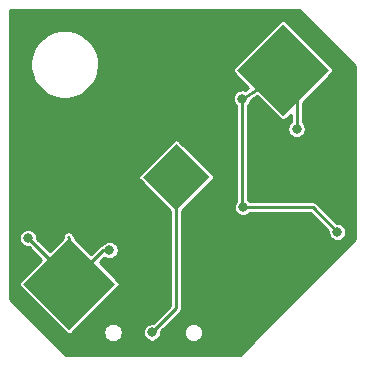
<source format=gbr>
%TF.GenerationSoftware,KiCad,Pcbnew,(5.1.9-0-10_14)*%
%TF.CreationDate,2021-04-10T21:21:16-04:00*%
%TF.ProjectId,Hexo,4865786f-2e6b-4696-9361-645f70636258,1*%
%TF.SameCoordinates,Original*%
%TF.FileFunction,Copper,L2,Bot*%
%TF.FilePolarity,Positive*%
%FSLAX46Y46*%
G04 Gerber Fmt 4.6, Leading zero omitted, Abs format (unit mm)*
G04 Created by KiCad (PCBNEW (5.1.9-0-10_14)) date 2021-04-10 21:21:16*
%MOMM*%
%LPD*%
G01*
G04 APERTURE LIST*
%TA.AperFunction,SMDPad,CuDef*%
%ADD10C,0.100000*%
%TD*%
%TA.AperFunction,ViaPad*%
%ADD11C,0.800000*%
%TD*%
%TA.AperFunction,Conductor*%
%ADD12C,0.250000*%
%TD*%
%TA.AperFunction,Conductor*%
%ADD13C,0.100000*%
%TD*%
G04 APERTURE END LIST*
%TA.AperFunction,SMDPad,CuDef*%
D10*
%TO.P,BT1,1*%
%TO.N,VCC*%
G36*
X159380880Y-90398087D02*
G01*
X155491793Y-86509000D01*
X159380880Y-82619913D01*
X163269967Y-86509000D01*
X159380880Y-90398087D01*
G37*
%TD.AperFunction*%
%TA.AperFunction,SMDPad,CuDef*%
%TO.P,BT1,2*%
%TO.N,Net-(BT1-Pad2)*%
G36*
X150329913Y-98388394D02*
G01*
X147501486Y-95559967D01*
X150329913Y-92731540D01*
X153158340Y-95559967D01*
X150329913Y-98388394D01*
G37*
%TD.AperFunction*%
%TA.AperFunction,SMDPad,CuDef*%
%TO.P,BT1,1*%
%TO.N,VCC*%
G36*
X141278946Y-108500021D02*
G01*
X137389859Y-104610934D01*
X141278946Y-100721847D01*
X145168033Y-104610934D01*
X141278946Y-108500021D01*
G37*
%TD.AperFunction*%
%TD*%
D11*
%TO.N,VCC*%
X144680880Y-101759000D03*
X155930880Y-88909000D03*
X160530880Y-91509000D03*
X137780880Y-100709000D03*
X160530880Y-91509000D03*
X155980880Y-98109000D03*
X163980880Y-100209000D03*
%TO.N,Net-(BT1-Pad2)*%
X148280880Y-108709000D03*
%TO.N,GND*%
X148380880Y-103709000D03*
X144680880Y-98109000D03*
X137680880Y-92959000D03*
X137765880Y-102209000D03*
X163580880Y-87759000D03*
X163480880Y-92009000D03*
%TD*%
D12*
%TO.N,VCC*%
X137780880Y-100709000D02*
X141278946Y-104207066D01*
X141278946Y-104207066D02*
X141278946Y-104610934D01*
X155930880Y-92159000D02*
X155930880Y-97959000D01*
X155930880Y-97959000D02*
X156080880Y-98109000D01*
X144130880Y-101759000D02*
X144680880Y-101759000D01*
X141278946Y-104610934D02*
X144130880Y-101759000D01*
X155930880Y-92159000D02*
X155930880Y-88909000D01*
X157080880Y-88159000D02*
X155930880Y-88909000D01*
X159380880Y-86509000D02*
X157080880Y-88159000D01*
X160530880Y-87659000D02*
X159380880Y-86509000D01*
X160530880Y-91509000D02*
X160530880Y-87659000D01*
X141278946Y-104610934D02*
X141278946Y-100721847D01*
X141278946Y-100721847D02*
X141216099Y-100659000D01*
X161880880Y-98109000D02*
X163980880Y-100209000D01*
X155980880Y-98109000D02*
X161880880Y-98109000D01*
%TO.N,Net-(BT1-Pad2)*%
X150329913Y-106659967D02*
X148280880Y-108709000D01*
X150329913Y-95559967D02*
X150329913Y-106659967D01*
%TO.N,GND*%
X163480880Y-92009000D02*
X164230880Y-92759000D01*
X164230880Y-92759000D02*
X164280880Y-92759000D01*
X164280880Y-92759000D02*
X164380880Y-92859000D01*
%TD*%
%TO.N,GND*%
X165480880Y-86174686D02*
X165480881Y-100843314D01*
X155715195Y-110609000D01*
X141046566Y-110609000D01*
X136280880Y-105843315D01*
X136280880Y-100632669D01*
X137005880Y-100632669D01*
X137005880Y-100785331D01*
X137035663Y-100935059D01*
X137094084Y-101076100D01*
X137178898Y-101203034D01*
X137286846Y-101310982D01*
X137413780Y-101395796D01*
X137554821Y-101454217D01*
X137704549Y-101484000D01*
X137848775Y-101484000D01*
X138916336Y-102551561D01*
X137123411Y-104344486D01*
X137076550Y-104401587D01*
X137041728Y-104466734D01*
X137020285Y-104537421D01*
X137013045Y-104610934D01*
X137020285Y-104684447D01*
X137041728Y-104755134D01*
X137076550Y-104820281D01*
X137123411Y-104877382D01*
X141012498Y-108766469D01*
X141069599Y-108813330D01*
X141134746Y-108848152D01*
X141205433Y-108869595D01*
X141278946Y-108876835D01*
X141352459Y-108869595D01*
X141423146Y-108848152D01*
X141488293Y-108813330D01*
X141545394Y-108766469D01*
X141684118Y-108627745D01*
X144155880Y-108627745D01*
X144155880Y-108790255D01*
X144187584Y-108949644D01*
X144249774Y-109099784D01*
X144340061Y-109234907D01*
X144454973Y-109349819D01*
X144590096Y-109440106D01*
X144740236Y-109502296D01*
X144899625Y-109534000D01*
X145062135Y-109534000D01*
X145221524Y-109502296D01*
X145371664Y-109440106D01*
X145506787Y-109349819D01*
X145621699Y-109234907D01*
X145711986Y-109099784D01*
X145774176Y-108949644D01*
X145805880Y-108790255D01*
X145805880Y-108627745D01*
X145774176Y-108468356D01*
X145711986Y-108318216D01*
X145621699Y-108183093D01*
X145506787Y-108068181D01*
X145371664Y-107977894D01*
X145221524Y-107915704D01*
X145062135Y-107884000D01*
X144899625Y-107884000D01*
X144740236Y-107915704D01*
X144590096Y-107977894D01*
X144454973Y-108068181D01*
X144340061Y-108183093D01*
X144249774Y-108318216D01*
X144187584Y-108468356D01*
X144155880Y-108627745D01*
X141684118Y-108627745D01*
X145434481Y-104877382D01*
X145481342Y-104820281D01*
X145516164Y-104755134D01*
X145537607Y-104684447D01*
X145544847Y-104610934D01*
X145537607Y-104537421D01*
X145516164Y-104466734D01*
X145481342Y-104401587D01*
X145434481Y-104344486D01*
X143843491Y-102753496D01*
X144216315Y-102380672D01*
X144313780Y-102445796D01*
X144454821Y-102504217D01*
X144604549Y-102534000D01*
X144757211Y-102534000D01*
X144906939Y-102504217D01*
X145047980Y-102445796D01*
X145174914Y-102360982D01*
X145282862Y-102253034D01*
X145367676Y-102126100D01*
X145426097Y-101985059D01*
X145455880Y-101835331D01*
X145455880Y-101682669D01*
X145426097Y-101532941D01*
X145367676Y-101391900D01*
X145282862Y-101264966D01*
X145174914Y-101157018D01*
X145047980Y-101072204D01*
X144906939Y-101013783D01*
X144757211Y-100984000D01*
X144604549Y-100984000D01*
X144454821Y-101013783D01*
X144313780Y-101072204D01*
X144186846Y-101157018D01*
X144082520Y-101261344D01*
X144032863Y-101266235D01*
X143938613Y-101294825D01*
X143851751Y-101341254D01*
X143775616Y-101403736D01*
X143759960Y-101422813D01*
X143136384Y-102046389D01*
X141778035Y-100688040D01*
X141776571Y-100673174D01*
X141771711Y-100623830D01*
X141743121Y-100529580D01*
X141696692Y-100442718D01*
X141634210Y-100366583D01*
X141615122Y-100350918D01*
X141552285Y-100288081D01*
X141495227Y-100241255D01*
X141408366Y-100194826D01*
X141314116Y-100166235D01*
X141216099Y-100156581D01*
X141118082Y-100166235D01*
X141023832Y-100194826D01*
X140936971Y-100241255D01*
X140860836Y-100303737D01*
X140798354Y-100379872D01*
X140751925Y-100466733D01*
X140723334Y-100560983D01*
X140713680Y-100659000D01*
X140722217Y-100745680D01*
X139623441Y-101844456D01*
X138555880Y-100776895D01*
X138555880Y-100632669D01*
X138526097Y-100482941D01*
X138467676Y-100341900D01*
X138382862Y-100214966D01*
X138274914Y-100107018D01*
X138147980Y-100022204D01*
X138006939Y-99963783D01*
X137857211Y-99934000D01*
X137704549Y-99934000D01*
X137554821Y-99963783D01*
X137413780Y-100022204D01*
X137286846Y-100107018D01*
X137178898Y-100214966D01*
X137094084Y-100341900D01*
X137035663Y-100482941D01*
X137005880Y-100632669D01*
X136280880Y-100632669D01*
X136280880Y-95559967D01*
X147124672Y-95559967D01*
X147131912Y-95633480D01*
X147153355Y-95704167D01*
X147188177Y-95769314D01*
X147235038Y-95826415D01*
X149829913Y-98421290D01*
X149829914Y-106452859D01*
X148348775Y-107934000D01*
X148204549Y-107934000D01*
X148054821Y-107963783D01*
X147913780Y-108022204D01*
X147786846Y-108107018D01*
X147678898Y-108214966D01*
X147594084Y-108341900D01*
X147535663Y-108482941D01*
X147505880Y-108632669D01*
X147505880Y-108785331D01*
X147535663Y-108935059D01*
X147594084Y-109076100D01*
X147678898Y-109203034D01*
X147786846Y-109310982D01*
X147913780Y-109395796D01*
X148054821Y-109454217D01*
X148204549Y-109484000D01*
X148357211Y-109484000D01*
X148506939Y-109454217D01*
X148647980Y-109395796D01*
X148774914Y-109310982D01*
X148882862Y-109203034D01*
X148967676Y-109076100D01*
X149026097Y-108935059D01*
X149055880Y-108785331D01*
X149055880Y-108641105D01*
X149069240Y-108627745D01*
X150955880Y-108627745D01*
X150955880Y-108790255D01*
X150987584Y-108949644D01*
X151049774Y-109099784D01*
X151140061Y-109234907D01*
X151254973Y-109349819D01*
X151390096Y-109440106D01*
X151540236Y-109502296D01*
X151699625Y-109534000D01*
X151862135Y-109534000D01*
X152021524Y-109502296D01*
X152171664Y-109440106D01*
X152306787Y-109349819D01*
X152421699Y-109234907D01*
X152511986Y-109099784D01*
X152574176Y-108949644D01*
X152605880Y-108790255D01*
X152605880Y-108627745D01*
X152574176Y-108468356D01*
X152511986Y-108318216D01*
X152421699Y-108183093D01*
X152306787Y-108068181D01*
X152171664Y-107977894D01*
X152021524Y-107915704D01*
X151862135Y-107884000D01*
X151699625Y-107884000D01*
X151540236Y-107915704D01*
X151390096Y-107977894D01*
X151254973Y-108068181D01*
X151140061Y-108183093D01*
X151049774Y-108318216D01*
X150987584Y-108468356D01*
X150955880Y-108627745D01*
X149069240Y-108627745D01*
X150666100Y-107030887D01*
X150685177Y-107015231D01*
X150747659Y-106939096D01*
X150794088Y-106852234D01*
X150822678Y-106757984D01*
X150829913Y-106684527D01*
X150829913Y-106684518D01*
X150832331Y-106659968D01*
X150829913Y-106635418D01*
X150829913Y-98421290D01*
X153424788Y-95826415D01*
X153471649Y-95769314D01*
X153506471Y-95704167D01*
X153527914Y-95633480D01*
X153535154Y-95559967D01*
X153527914Y-95486454D01*
X153506471Y-95415767D01*
X153471649Y-95350620D01*
X153424788Y-95293519D01*
X150596361Y-92465092D01*
X150539260Y-92418231D01*
X150474113Y-92383409D01*
X150403426Y-92361966D01*
X150329913Y-92354726D01*
X150256400Y-92361966D01*
X150185713Y-92383409D01*
X150120566Y-92418231D01*
X150063465Y-92465092D01*
X147235038Y-95293519D01*
X147188177Y-95350620D01*
X147153355Y-95415767D01*
X147131912Y-95486454D01*
X147124672Y-95559967D01*
X136280880Y-95559967D01*
X136280880Y-85722790D01*
X137974941Y-85722790D01*
X137974941Y-86295210D01*
X138086614Y-86856631D01*
X138305670Y-87385478D01*
X138623689Y-87861428D01*
X139028452Y-88266191D01*
X139504402Y-88584210D01*
X140033249Y-88803266D01*
X140594670Y-88914939D01*
X141167090Y-88914939D01*
X141728511Y-88803266D01*
X142257358Y-88584210D01*
X142733308Y-88266191D01*
X143138071Y-87861428D01*
X143456090Y-87385478D01*
X143675146Y-86856631D01*
X143744293Y-86509000D01*
X155114979Y-86509000D01*
X155122219Y-86582513D01*
X155143662Y-86653200D01*
X155178484Y-86718347D01*
X155225345Y-86775448D01*
X156433903Y-87984006D01*
X156157738Y-88164114D01*
X156156939Y-88163783D01*
X156007211Y-88134000D01*
X155854549Y-88134000D01*
X155704821Y-88163783D01*
X155563780Y-88222204D01*
X155436846Y-88307018D01*
X155328898Y-88414966D01*
X155244084Y-88541900D01*
X155185663Y-88682941D01*
X155155880Y-88832669D01*
X155155880Y-88985331D01*
X155185663Y-89135059D01*
X155244084Y-89276100D01*
X155328898Y-89403034D01*
X155430881Y-89505017D01*
X155430880Y-92134440D01*
X155430880Y-92134441D01*
X155430881Y-97562983D01*
X155378898Y-97614966D01*
X155294084Y-97741900D01*
X155235663Y-97882941D01*
X155205880Y-98032669D01*
X155205880Y-98185331D01*
X155235663Y-98335059D01*
X155294084Y-98476100D01*
X155378898Y-98603034D01*
X155486846Y-98710982D01*
X155613780Y-98795796D01*
X155754821Y-98854217D01*
X155904549Y-98884000D01*
X156057211Y-98884000D01*
X156206939Y-98854217D01*
X156347980Y-98795796D01*
X156474914Y-98710982D01*
X156576896Y-98609000D01*
X161673775Y-98609000D01*
X163205880Y-100141107D01*
X163205880Y-100285331D01*
X163235663Y-100435059D01*
X163294084Y-100576100D01*
X163378898Y-100703034D01*
X163486846Y-100810982D01*
X163613780Y-100895796D01*
X163754821Y-100954217D01*
X163904549Y-100984000D01*
X164057211Y-100984000D01*
X164206939Y-100954217D01*
X164347980Y-100895796D01*
X164474914Y-100810982D01*
X164582862Y-100703034D01*
X164667676Y-100576100D01*
X164726097Y-100435059D01*
X164755880Y-100285331D01*
X164755880Y-100132669D01*
X164726097Y-99982941D01*
X164667676Y-99841900D01*
X164582862Y-99714966D01*
X164474914Y-99607018D01*
X164347980Y-99522204D01*
X164206939Y-99463783D01*
X164057211Y-99434000D01*
X163912987Y-99434000D01*
X162251809Y-97772824D01*
X162236144Y-97753736D01*
X162160009Y-97691254D01*
X162073147Y-97644825D01*
X161978897Y-97616235D01*
X161905440Y-97609000D01*
X161880880Y-97606581D01*
X161856320Y-97609000D01*
X156576896Y-97609000D01*
X156474914Y-97507018D01*
X156430880Y-97477596D01*
X156430880Y-89505016D01*
X156532862Y-89403034D01*
X156617676Y-89276100D01*
X156676097Y-89135059D01*
X156702413Y-89002762D01*
X157156509Y-88706612D01*
X159114432Y-90664535D01*
X159171533Y-90711396D01*
X159236680Y-90746218D01*
X159307367Y-90767661D01*
X159380880Y-90774901D01*
X159454393Y-90767661D01*
X159525080Y-90746218D01*
X159590227Y-90711396D01*
X159647328Y-90664535D01*
X160030880Y-90280983D01*
X160030880Y-90912984D01*
X159928898Y-91014966D01*
X159844084Y-91141900D01*
X159785663Y-91282941D01*
X159755880Y-91432669D01*
X159755880Y-91585331D01*
X159785663Y-91735059D01*
X159844084Y-91876100D01*
X159928898Y-92003034D01*
X160036846Y-92110982D01*
X160163780Y-92195796D01*
X160304821Y-92254217D01*
X160454549Y-92284000D01*
X160607211Y-92284000D01*
X160756939Y-92254217D01*
X160897980Y-92195796D01*
X161024914Y-92110982D01*
X161132862Y-92003034D01*
X161217676Y-91876100D01*
X161276097Y-91735059D01*
X161305880Y-91585331D01*
X161305880Y-91432669D01*
X161276097Y-91282941D01*
X161217676Y-91141900D01*
X161132862Y-91014966D01*
X161030880Y-90912984D01*
X161030880Y-89280983D01*
X163536415Y-86775448D01*
X163583276Y-86718347D01*
X163618098Y-86653200D01*
X163639541Y-86582513D01*
X163646781Y-86509000D01*
X163639541Y-86435487D01*
X163618098Y-86364800D01*
X163583276Y-86299653D01*
X163536415Y-86242552D01*
X159647328Y-82353465D01*
X159590227Y-82306604D01*
X159525080Y-82271782D01*
X159454393Y-82250339D01*
X159380880Y-82243099D01*
X159307367Y-82250339D01*
X159236680Y-82271782D01*
X159171533Y-82306604D01*
X159114432Y-82353465D01*
X155225345Y-86242552D01*
X155178484Y-86299653D01*
X155143662Y-86364800D01*
X155122219Y-86435487D01*
X155114979Y-86509000D01*
X143744293Y-86509000D01*
X143786819Y-86295210D01*
X143786819Y-85722790D01*
X143675146Y-85161369D01*
X143456090Y-84632522D01*
X143138071Y-84156572D01*
X142733308Y-83751809D01*
X142257358Y-83433790D01*
X141728511Y-83214734D01*
X141167090Y-83103061D01*
X140594670Y-83103061D01*
X140033249Y-83214734D01*
X139504402Y-83433790D01*
X139028452Y-83751809D01*
X138623689Y-84156572D01*
X138305670Y-84632522D01*
X138086614Y-85161369D01*
X137974941Y-85722790D01*
X136280880Y-85722790D01*
X136280880Y-81409000D01*
X160715195Y-81409000D01*
X165480880Y-86174686D01*
%TA.AperFunction,Conductor*%
D13*
G36*
X165480880Y-86174686D02*
G01*
X165480881Y-100843314D01*
X155715195Y-110609000D01*
X141046566Y-110609000D01*
X136280880Y-105843315D01*
X136280880Y-100632669D01*
X137005880Y-100632669D01*
X137005880Y-100785331D01*
X137035663Y-100935059D01*
X137094084Y-101076100D01*
X137178898Y-101203034D01*
X137286846Y-101310982D01*
X137413780Y-101395796D01*
X137554821Y-101454217D01*
X137704549Y-101484000D01*
X137848775Y-101484000D01*
X138916336Y-102551561D01*
X137123411Y-104344486D01*
X137076550Y-104401587D01*
X137041728Y-104466734D01*
X137020285Y-104537421D01*
X137013045Y-104610934D01*
X137020285Y-104684447D01*
X137041728Y-104755134D01*
X137076550Y-104820281D01*
X137123411Y-104877382D01*
X141012498Y-108766469D01*
X141069599Y-108813330D01*
X141134746Y-108848152D01*
X141205433Y-108869595D01*
X141278946Y-108876835D01*
X141352459Y-108869595D01*
X141423146Y-108848152D01*
X141488293Y-108813330D01*
X141545394Y-108766469D01*
X141684118Y-108627745D01*
X144155880Y-108627745D01*
X144155880Y-108790255D01*
X144187584Y-108949644D01*
X144249774Y-109099784D01*
X144340061Y-109234907D01*
X144454973Y-109349819D01*
X144590096Y-109440106D01*
X144740236Y-109502296D01*
X144899625Y-109534000D01*
X145062135Y-109534000D01*
X145221524Y-109502296D01*
X145371664Y-109440106D01*
X145506787Y-109349819D01*
X145621699Y-109234907D01*
X145711986Y-109099784D01*
X145774176Y-108949644D01*
X145805880Y-108790255D01*
X145805880Y-108627745D01*
X145774176Y-108468356D01*
X145711986Y-108318216D01*
X145621699Y-108183093D01*
X145506787Y-108068181D01*
X145371664Y-107977894D01*
X145221524Y-107915704D01*
X145062135Y-107884000D01*
X144899625Y-107884000D01*
X144740236Y-107915704D01*
X144590096Y-107977894D01*
X144454973Y-108068181D01*
X144340061Y-108183093D01*
X144249774Y-108318216D01*
X144187584Y-108468356D01*
X144155880Y-108627745D01*
X141684118Y-108627745D01*
X145434481Y-104877382D01*
X145481342Y-104820281D01*
X145516164Y-104755134D01*
X145537607Y-104684447D01*
X145544847Y-104610934D01*
X145537607Y-104537421D01*
X145516164Y-104466734D01*
X145481342Y-104401587D01*
X145434481Y-104344486D01*
X143843491Y-102753496D01*
X144216315Y-102380672D01*
X144313780Y-102445796D01*
X144454821Y-102504217D01*
X144604549Y-102534000D01*
X144757211Y-102534000D01*
X144906939Y-102504217D01*
X145047980Y-102445796D01*
X145174914Y-102360982D01*
X145282862Y-102253034D01*
X145367676Y-102126100D01*
X145426097Y-101985059D01*
X145455880Y-101835331D01*
X145455880Y-101682669D01*
X145426097Y-101532941D01*
X145367676Y-101391900D01*
X145282862Y-101264966D01*
X145174914Y-101157018D01*
X145047980Y-101072204D01*
X144906939Y-101013783D01*
X144757211Y-100984000D01*
X144604549Y-100984000D01*
X144454821Y-101013783D01*
X144313780Y-101072204D01*
X144186846Y-101157018D01*
X144082520Y-101261344D01*
X144032863Y-101266235D01*
X143938613Y-101294825D01*
X143851751Y-101341254D01*
X143775616Y-101403736D01*
X143759960Y-101422813D01*
X143136384Y-102046389D01*
X141778035Y-100688040D01*
X141776571Y-100673174D01*
X141771711Y-100623830D01*
X141743121Y-100529580D01*
X141696692Y-100442718D01*
X141634210Y-100366583D01*
X141615122Y-100350918D01*
X141552285Y-100288081D01*
X141495227Y-100241255D01*
X141408366Y-100194826D01*
X141314116Y-100166235D01*
X141216099Y-100156581D01*
X141118082Y-100166235D01*
X141023832Y-100194826D01*
X140936971Y-100241255D01*
X140860836Y-100303737D01*
X140798354Y-100379872D01*
X140751925Y-100466733D01*
X140723334Y-100560983D01*
X140713680Y-100659000D01*
X140722217Y-100745680D01*
X139623441Y-101844456D01*
X138555880Y-100776895D01*
X138555880Y-100632669D01*
X138526097Y-100482941D01*
X138467676Y-100341900D01*
X138382862Y-100214966D01*
X138274914Y-100107018D01*
X138147980Y-100022204D01*
X138006939Y-99963783D01*
X137857211Y-99934000D01*
X137704549Y-99934000D01*
X137554821Y-99963783D01*
X137413780Y-100022204D01*
X137286846Y-100107018D01*
X137178898Y-100214966D01*
X137094084Y-100341900D01*
X137035663Y-100482941D01*
X137005880Y-100632669D01*
X136280880Y-100632669D01*
X136280880Y-95559967D01*
X147124672Y-95559967D01*
X147131912Y-95633480D01*
X147153355Y-95704167D01*
X147188177Y-95769314D01*
X147235038Y-95826415D01*
X149829913Y-98421290D01*
X149829914Y-106452859D01*
X148348775Y-107934000D01*
X148204549Y-107934000D01*
X148054821Y-107963783D01*
X147913780Y-108022204D01*
X147786846Y-108107018D01*
X147678898Y-108214966D01*
X147594084Y-108341900D01*
X147535663Y-108482941D01*
X147505880Y-108632669D01*
X147505880Y-108785331D01*
X147535663Y-108935059D01*
X147594084Y-109076100D01*
X147678898Y-109203034D01*
X147786846Y-109310982D01*
X147913780Y-109395796D01*
X148054821Y-109454217D01*
X148204549Y-109484000D01*
X148357211Y-109484000D01*
X148506939Y-109454217D01*
X148647980Y-109395796D01*
X148774914Y-109310982D01*
X148882862Y-109203034D01*
X148967676Y-109076100D01*
X149026097Y-108935059D01*
X149055880Y-108785331D01*
X149055880Y-108641105D01*
X149069240Y-108627745D01*
X150955880Y-108627745D01*
X150955880Y-108790255D01*
X150987584Y-108949644D01*
X151049774Y-109099784D01*
X151140061Y-109234907D01*
X151254973Y-109349819D01*
X151390096Y-109440106D01*
X151540236Y-109502296D01*
X151699625Y-109534000D01*
X151862135Y-109534000D01*
X152021524Y-109502296D01*
X152171664Y-109440106D01*
X152306787Y-109349819D01*
X152421699Y-109234907D01*
X152511986Y-109099784D01*
X152574176Y-108949644D01*
X152605880Y-108790255D01*
X152605880Y-108627745D01*
X152574176Y-108468356D01*
X152511986Y-108318216D01*
X152421699Y-108183093D01*
X152306787Y-108068181D01*
X152171664Y-107977894D01*
X152021524Y-107915704D01*
X151862135Y-107884000D01*
X151699625Y-107884000D01*
X151540236Y-107915704D01*
X151390096Y-107977894D01*
X151254973Y-108068181D01*
X151140061Y-108183093D01*
X151049774Y-108318216D01*
X150987584Y-108468356D01*
X150955880Y-108627745D01*
X149069240Y-108627745D01*
X150666100Y-107030887D01*
X150685177Y-107015231D01*
X150747659Y-106939096D01*
X150794088Y-106852234D01*
X150822678Y-106757984D01*
X150829913Y-106684527D01*
X150829913Y-106684518D01*
X150832331Y-106659968D01*
X150829913Y-106635418D01*
X150829913Y-98421290D01*
X153424788Y-95826415D01*
X153471649Y-95769314D01*
X153506471Y-95704167D01*
X153527914Y-95633480D01*
X153535154Y-95559967D01*
X153527914Y-95486454D01*
X153506471Y-95415767D01*
X153471649Y-95350620D01*
X153424788Y-95293519D01*
X150596361Y-92465092D01*
X150539260Y-92418231D01*
X150474113Y-92383409D01*
X150403426Y-92361966D01*
X150329913Y-92354726D01*
X150256400Y-92361966D01*
X150185713Y-92383409D01*
X150120566Y-92418231D01*
X150063465Y-92465092D01*
X147235038Y-95293519D01*
X147188177Y-95350620D01*
X147153355Y-95415767D01*
X147131912Y-95486454D01*
X147124672Y-95559967D01*
X136280880Y-95559967D01*
X136280880Y-85722790D01*
X137974941Y-85722790D01*
X137974941Y-86295210D01*
X138086614Y-86856631D01*
X138305670Y-87385478D01*
X138623689Y-87861428D01*
X139028452Y-88266191D01*
X139504402Y-88584210D01*
X140033249Y-88803266D01*
X140594670Y-88914939D01*
X141167090Y-88914939D01*
X141728511Y-88803266D01*
X142257358Y-88584210D01*
X142733308Y-88266191D01*
X143138071Y-87861428D01*
X143456090Y-87385478D01*
X143675146Y-86856631D01*
X143744293Y-86509000D01*
X155114979Y-86509000D01*
X155122219Y-86582513D01*
X155143662Y-86653200D01*
X155178484Y-86718347D01*
X155225345Y-86775448D01*
X156433903Y-87984006D01*
X156157738Y-88164114D01*
X156156939Y-88163783D01*
X156007211Y-88134000D01*
X155854549Y-88134000D01*
X155704821Y-88163783D01*
X155563780Y-88222204D01*
X155436846Y-88307018D01*
X155328898Y-88414966D01*
X155244084Y-88541900D01*
X155185663Y-88682941D01*
X155155880Y-88832669D01*
X155155880Y-88985331D01*
X155185663Y-89135059D01*
X155244084Y-89276100D01*
X155328898Y-89403034D01*
X155430881Y-89505017D01*
X155430880Y-92134440D01*
X155430880Y-92134441D01*
X155430881Y-97562983D01*
X155378898Y-97614966D01*
X155294084Y-97741900D01*
X155235663Y-97882941D01*
X155205880Y-98032669D01*
X155205880Y-98185331D01*
X155235663Y-98335059D01*
X155294084Y-98476100D01*
X155378898Y-98603034D01*
X155486846Y-98710982D01*
X155613780Y-98795796D01*
X155754821Y-98854217D01*
X155904549Y-98884000D01*
X156057211Y-98884000D01*
X156206939Y-98854217D01*
X156347980Y-98795796D01*
X156474914Y-98710982D01*
X156576896Y-98609000D01*
X161673775Y-98609000D01*
X163205880Y-100141107D01*
X163205880Y-100285331D01*
X163235663Y-100435059D01*
X163294084Y-100576100D01*
X163378898Y-100703034D01*
X163486846Y-100810982D01*
X163613780Y-100895796D01*
X163754821Y-100954217D01*
X163904549Y-100984000D01*
X164057211Y-100984000D01*
X164206939Y-100954217D01*
X164347980Y-100895796D01*
X164474914Y-100810982D01*
X164582862Y-100703034D01*
X164667676Y-100576100D01*
X164726097Y-100435059D01*
X164755880Y-100285331D01*
X164755880Y-100132669D01*
X164726097Y-99982941D01*
X164667676Y-99841900D01*
X164582862Y-99714966D01*
X164474914Y-99607018D01*
X164347980Y-99522204D01*
X164206939Y-99463783D01*
X164057211Y-99434000D01*
X163912987Y-99434000D01*
X162251809Y-97772824D01*
X162236144Y-97753736D01*
X162160009Y-97691254D01*
X162073147Y-97644825D01*
X161978897Y-97616235D01*
X161905440Y-97609000D01*
X161880880Y-97606581D01*
X161856320Y-97609000D01*
X156576896Y-97609000D01*
X156474914Y-97507018D01*
X156430880Y-97477596D01*
X156430880Y-89505016D01*
X156532862Y-89403034D01*
X156617676Y-89276100D01*
X156676097Y-89135059D01*
X156702413Y-89002762D01*
X157156509Y-88706612D01*
X159114432Y-90664535D01*
X159171533Y-90711396D01*
X159236680Y-90746218D01*
X159307367Y-90767661D01*
X159380880Y-90774901D01*
X159454393Y-90767661D01*
X159525080Y-90746218D01*
X159590227Y-90711396D01*
X159647328Y-90664535D01*
X160030880Y-90280983D01*
X160030880Y-90912984D01*
X159928898Y-91014966D01*
X159844084Y-91141900D01*
X159785663Y-91282941D01*
X159755880Y-91432669D01*
X159755880Y-91585331D01*
X159785663Y-91735059D01*
X159844084Y-91876100D01*
X159928898Y-92003034D01*
X160036846Y-92110982D01*
X160163780Y-92195796D01*
X160304821Y-92254217D01*
X160454549Y-92284000D01*
X160607211Y-92284000D01*
X160756939Y-92254217D01*
X160897980Y-92195796D01*
X161024914Y-92110982D01*
X161132862Y-92003034D01*
X161217676Y-91876100D01*
X161276097Y-91735059D01*
X161305880Y-91585331D01*
X161305880Y-91432669D01*
X161276097Y-91282941D01*
X161217676Y-91141900D01*
X161132862Y-91014966D01*
X161030880Y-90912984D01*
X161030880Y-89280983D01*
X163536415Y-86775448D01*
X163583276Y-86718347D01*
X163618098Y-86653200D01*
X163639541Y-86582513D01*
X163646781Y-86509000D01*
X163639541Y-86435487D01*
X163618098Y-86364800D01*
X163583276Y-86299653D01*
X163536415Y-86242552D01*
X159647328Y-82353465D01*
X159590227Y-82306604D01*
X159525080Y-82271782D01*
X159454393Y-82250339D01*
X159380880Y-82243099D01*
X159307367Y-82250339D01*
X159236680Y-82271782D01*
X159171533Y-82306604D01*
X159114432Y-82353465D01*
X155225345Y-86242552D01*
X155178484Y-86299653D01*
X155143662Y-86364800D01*
X155122219Y-86435487D01*
X155114979Y-86509000D01*
X143744293Y-86509000D01*
X143786819Y-86295210D01*
X143786819Y-85722790D01*
X143675146Y-85161369D01*
X143456090Y-84632522D01*
X143138071Y-84156572D01*
X142733308Y-83751809D01*
X142257358Y-83433790D01*
X141728511Y-83214734D01*
X141167090Y-83103061D01*
X140594670Y-83103061D01*
X140033249Y-83214734D01*
X139504402Y-83433790D01*
X139028452Y-83751809D01*
X138623689Y-84156572D01*
X138305670Y-84632522D01*
X138086614Y-85161369D01*
X137974941Y-85722790D01*
X136280880Y-85722790D01*
X136280880Y-81409000D01*
X160715195Y-81409000D01*
X165480880Y-86174686D01*
G37*
%TD.AperFunction*%
%TD*%
M02*

</source>
